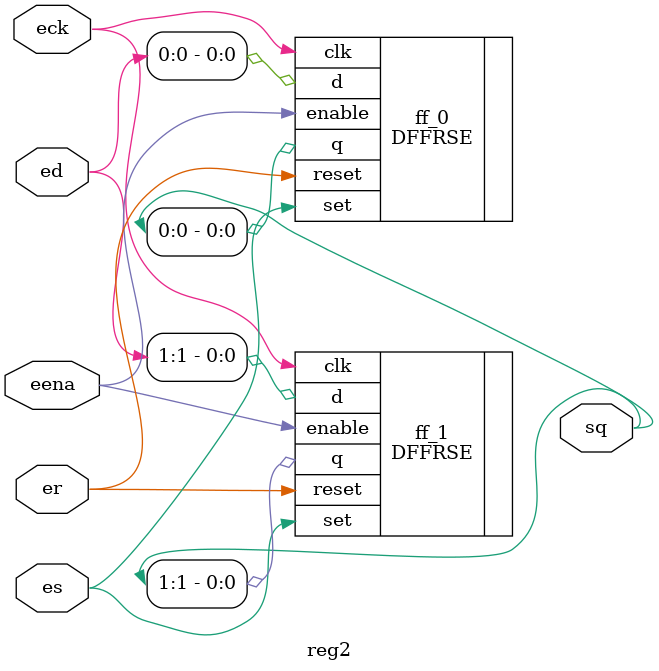
<source format=v>
module reg2(
input	[1:0] ed,
input	eck,
input	er,
input	es,
input   eena,
output  [1:0] sq);


DFFRSE ff_0(	.q(sq[0]), 
				.d(ed[0]), 
				.clk(eck), 
				.reset(er), 
				.set(es), 
				.enable(eena));
    
DFFRSE ff_1(	.q(sq[1]), 
				.d(ed[1]), 
				.clk(eck), 
				.reset(er), 
				.set(es), 
				.enable(eena));

endmodule

</source>
